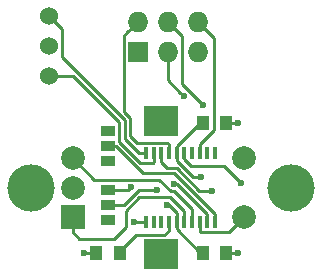
<source format=gbr>
G04 #@! TF.FileFunction,Copper,L1,Top,Signal*
%FSLAX46Y46*%
G04 Gerber Fmt 4.6, Leading zero omitted, Abs format (unit mm)*
G04 Created by KiCad (PCBNEW 4.0.7-e2-6376~58~ubuntu16.04.1) date Mon Jan  7 01:20:49 2019*
%MOMM*%
%LPD*%
G01*
G04 APERTURE LIST*
%ADD10C,0.100000*%
%ADD11R,1.000000X1.250000*%
%ADD12C,2.000000*%
%ADD13R,3.000000X2.500000*%
%ADD14R,2.000000X2.000000*%
%ADD15R,0.400000X1.000000*%
%ADD16R,1.727200X1.727200*%
%ADD17O,1.727200X1.727200*%
%ADD18C,1.524000*%
%ADD19R,1.270000X0.970000*%
%ADD20C,4.000000*%
%ADD21C,0.600000*%
%ADD22C,0.250000*%
G04 APERTURE END LIST*
D10*
D11*
X174500000Y-114500000D03*
X176500000Y-114500000D03*
X176500000Y-103500000D03*
X174500000Y-103500000D03*
D12*
X178000000Y-106500000D03*
X178000000Y-111500000D03*
D13*
X171000000Y-103400000D03*
X171000000Y-114600000D03*
D12*
X163500000Y-106500000D03*
X163500000Y-109000000D03*
D14*
X163500000Y-111500000D03*
D15*
X169700000Y-111900000D03*
X170350000Y-111900000D03*
X171000000Y-111900000D03*
X171650000Y-111900000D03*
X172300000Y-111900000D03*
X172950000Y-111900000D03*
X173600000Y-111900000D03*
X174250000Y-111900000D03*
X174900000Y-111900000D03*
X175550000Y-111900000D03*
X175550000Y-106100000D03*
X174900000Y-106100000D03*
X174250000Y-106100000D03*
X173600000Y-106100000D03*
X172950000Y-106100000D03*
X172300000Y-106100000D03*
X171650000Y-106100000D03*
X171000000Y-106100000D03*
X170350000Y-106100000D03*
X169700000Y-106100000D03*
D16*
X169000000Y-97540000D03*
D17*
X169000000Y-95000000D03*
X171540000Y-97540000D03*
X171540000Y-95000000D03*
X174080000Y-97540000D03*
X174080000Y-95000000D03*
D18*
X161500000Y-99540000D03*
X161500000Y-97000000D03*
X161500000Y-94460000D03*
D11*
X167500000Y-114500000D03*
X165500000Y-114500000D03*
D19*
X166500000Y-111770000D03*
X166500000Y-110500000D03*
X166500000Y-109230000D03*
X166500000Y-106770000D03*
X166500000Y-105500000D03*
X166500000Y-104230000D03*
D20*
X182000000Y-109000000D03*
X160000000Y-109000000D03*
D21*
X177730253Y-108585563D03*
X168725914Y-111883422D03*
X166515062Y-111761256D03*
X166504075Y-106808112D03*
X177500000Y-103500000D03*
X164500000Y-114500000D03*
X177500000Y-114500000D03*
X174500000Y-102000000D03*
X174407385Y-108110921D03*
X166477119Y-104207546D03*
X168464838Y-108964838D03*
X171500000Y-110500000D03*
X172906234Y-101290132D03*
X175308384Y-109270971D03*
X172099905Y-108678036D03*
X170678466Y-109166821D03*
D22*
X171650000Y-111900000D02*
X171650000Y-112650000D01*
X171650000Y-112650000D02*
X171275001Y-113024999D01*
X171275001Y-113024999D02*
X168850001Y-113024999D01*
X168850001Y-113024999D02*
X167500000Y-114375000D01*
X167500000Y-114375000D02*
X167500000Y-114500000D01*
X177430254Y-108285564D02*
X177730253Y-108585563D01*
X176289783Y-107145093D02*
X177430254Y-108285564D01*
X173483184Y-107145093D02*
X176289783Y-107145093D01*
X172950000Y-106100000D02*
X172950000Y-106611909D01*
X172950000Y-106611909D02*
X173483184Y-107145093D01*
X169700000Y-111900000D02*
X168742492Y-111900000D01*
X168742492Y-111900000D02*
X168725914Y-111883422D01*
X166506318Y-111770000D02*
X166515062Y-111761256D01*
X166500000Y-111770000D02*
X166506318Y-111770000D01*
X166500000Y-106804037D02*
X166504075Y-106808112D01*
X166500000Y-106770000D02*
X166500000Y-106804037D01*
X176500000Y-103500000D02*
X177500000Y-103500000D01*
X165500000Y-114500000D02*
X164500000Y-114500000D01*
X176500000Y-114500000D02*
X177500000Y-114500000D01*
X172728601Y-96188601D02*
X172403599Y-95863599D01*
X172728601Y-100228601D02*
X172728601Y-96188601D01*
X174500000Y-102000000D02*
X172728601Y-100228601D01*
X172403599Y-95863599D02*
X171540000Y-95000000D01*
X172300000Y-106721413D02*
X173689508Y-108110921D01*
X173983121Y-108110921D02*
X174407385Y-108110921D01*
X173689508Y-108110921D02*
X173983121Y-108110921D01*
X172300000Y-106100000D02*
X172300000Y-106721413D01*
X166494313Y-104207546D02*
X166477119Y-104207546D01*
X166500000Y-104213233D02*
X166494313Y-104207546D01*
X166500000Y-104230000D02*
X166500000Y-104213233D01*
X168199676Y-109230000D02*
X168464838Y-108964838D01*
X166500000Y-109230000D02*
X168199676Y-109230000D01*
X171650000Y-110500000D02*
X171500000Y-110500000D01*
X172300000Y-111900000D02*
X172300000Y-111150000D01*
X172300000Y-111150000D02*
X171650000Y-110500000D01*
X172300000Y-106100000D02*
X172300000Y-105503184D01*
X172300000Y-105503184D02*
X174303184Y-103500000D01*
X174303184Y-103500000D02*
X174500000Y-103500000D01*
X172300000Y-111900000D02*
X172300000Y-112545749D01*
X172300000Y-112545749D02*
X174254251Y-114500000D01*
X174254251Y-114500000D02*
X174500000Y-114500000D01*
X169158155Y-109791831D02*
X171716835Y-109791831D01*
X163500000Y-112750000D02*
X164064998Y-113314998D01*
X172950000Y-111024996D02*
X172950000Y-111150000D01*
X163500000Y-111500000D02*
X163500000Y-112750000D01*
X167989294Y-112325704D02*
X167989294Y-110960692D01*
X172950000Y-111150000D02*
X172950000Y-111900000D01*
X167000000Y-113314998D02*
X167989294Y-112325704D01*
X167989294Y-110960692D02*
X169158155Y-109791831D01*
X164064998Y-113314998D02*
X167000000Y-113314998D01*
X171716835Y-109791831D02*
X172950000Y-111024996D01*
X165339837Y-108339837D02*
X170836704Y-108339837D01*
X170836704Y-108339837D02*
X171799904Y-109303037D01*
X171799904Y-109303037D02*
X172075859Y-109303037D01*
X172075859Y-109303037D02*
X173600000Y-110827178D01*
X173600000Y-110827178D02*
X173600000Y-111150000D01*
X173600000Y-111150000D02*
X173600000Y-111900000D01*
X163500000Y-106500000D02*
X165339837Y-108339837D01*
X174250000Y-111900000D02*
X174250000Y-112650000D01*
X176774999Y-112725001D02*
X177000001Y-112499999D01*
X174250000Y-112650000D02*
X174325001Y-112725001D01*
X174325001Y-112725001D02*
X176774999Y-112725001D01*
X177000001Y-112499999D02*
X178000000Y-111500000D01*
X174943599Y-95863599D02*
X174080000Y-95000000D01*
X175450011Y-96370011D02*
X174943599Y-95863599D01*
X174250000Y-106100000D02*
X174250000Y-105350000D01*
X174250000Y-105350000D02*
X175450011Y-104149989D01*
X175450011Y-104149989D02*
X175450011Y-96370011D01*
X171650000Y-106100000D02*
X171650000Y-105350000D01*
X168360023Y-104666830D02*
X168360023Y-103112199D01*
X171650000Y-105350000D02*
X171518303Y-105218303D01*
X171518303Y-105218303D02*
X168911496Y-105218303D01*
X168360023Y-103112199D02*
X167811399Y-102563575D01*
X168911496Y-105218303D02*
X168360023Y-104666830D01*
X167811399Y-102563575D02*
X167811399Y-96188601D01*
X168136401Y-95863599D02*
X169000000Y-95000000D01*
X167811399Y-96188601D02*
X168136401Y-95863599D01*
X171540000Y-99923898D02*
X172606235Y-100990133D01*
X171540000Y-97540000D02*
X171540000Y-99923898D01*
X172606235Y-100990133D02*
X172906234Y-101290132D01*
X172297156Y-107354979D02*
X174213148Y-109270971D01*
X174213148Y-109270971D02*
X174884120Y-109270971D01*
X171000000Y-106850000D02*
X171504979Y-107354979D01*
X174884120Y-109270971D02*
X175308384Y-109270971D01*
X171000000Y-106100000D02*
X171000000Y-106850000D01*
X171504979Y-107354979D02*
X172297156Y-107354979D01*
X170350000Y-106100000D02*
X170350000Y-106850000D01*
X170350000Y-106850000D02*
X170274999Y-106925001D01*
X170274999Y-106925001D02*
X169239999Y-106925001D01*
X169239999Y-106925001D02*
X167460001Y-105145003D01*
X167460001Y-105145003D02*
X167460001Y-103484999D01*
X167460001Y-103484999D02*
X163548940Y-99573938D01*
X163548940Y-99573938D02*
X161533938Y-99573938D01*
X161533938Y-99573938D02*
X161500000Y-99540000D01*
X162587001Y-95547001D02*
X162261999Y-95221999D01*
X167910012Y-103298599D02*
X162587001Y-97975588D01*
X167910012Y-104853230D02*
X167910012Y-103298599D01*
X162587001Y-97975588D02*
X162587001Y-95547001D01*
X169156782Y-106100000D02*
X167910012Y-104853230D01*
X169700000Y-106100000D02*
X169156782Y-106100000D01*
X162261999Y-95221999D02*
X161500000Y-94460000D01*
X174900000Y-111900000D02*
X174900000Y-111230644D01*
X174900000Y-111230644D02*
X172348628Y-108679272D01*
X172348628Y-108679272D02*
X172101141Y-108679272D01*
X172101141Y-108679272D02*
X172099905Y-108678036D01*
X166500000Y-110500000D02*
X167813575Y-110500000D01*
X167813575Y-110500000D02*
X169146754Y-109166821D01*
X169146754Y-109166821D02*
X170254202Y-109166821D01*
X170254202Y-109166821D02*
X170678466Y-109166821D01*
X169483578Y-107804990D02*
X167178588Y-105500000D01*
X175550000Y-111244233D02*
X172110757Y-107804990D01*
X172110757Y-107804990D02*
X169483578Y-107804990D01*
X175550000Y-111900000D02*
X175550000Y-111244233D01*
X167178588Y-105500000D02*
X166500000Y-105500000D01*
M02*

</source>
